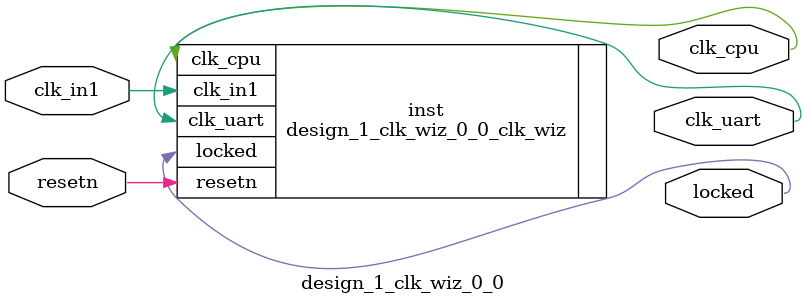
<source format=v>


`timescale 1ps/1ps

(* CORE_GENERATION_INFO = "design_1_clk_wiz_0_0,clk_wiz_v6_0_0_0,{component_name=design_1_clk_wiz_0_0,use_phase_alignment=true,use_min_o_jitter=false,use_max_i_jitter=false,use_dyn_phase_shift=false,use_inclk_switchover=false,use_dyn_reconfig=false,enable_axi=0,feedback_source=FDBK_AUTO,PRIMITIVE=MMCM,num_out_clk=2,clkin1_period=10.000,clkin2_period=10.000,use_power_down=false,use_reset=true,use_locked=true,use_inclk_stopped=false,feedback_type=SINGLE,CLOCK_MGR_TYPE=NA,manual_override=false}" *)

module design_1_clk_wiz_0_0 
 (
  // Clock out ports
  output        clk_cpu,
  output        clk_uart,
  // Status and control signals
  input         resetn,
  output        locked,
 // Clock in ports
  input         clk_in1
 );

  design_1_clk_wiz_0_0_clk_wiz inst
  (
  // Clock out ports  
  .clk_cpu(clk_cpu),
  .clk_uart(clk_uart),
  // Status and control signals               
  .resetn(resetn), 
  .locked(locked),
 // Clock in ports
  .clk_in1(clk_in1)
  );

endmodule

</source>
